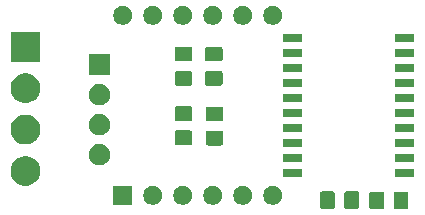
<source format=gbr>
G04 #@! TF.GenerationSoftware,KiCad,Pcbnew,5.1.5+dfsg1-2build2*
G04 #@! TF.CreationDate,2021-11-16T16:54:19-05:00*
G04 #@! TF.ProjectId,056INCH_3DIGIT,30353649-4e43-4485-9f33-44494749542e,rev?*
G04 #@! TF.SameCoordinates,Original*
G04 #@! TF.FileFunction,Soldermask,Bot*
G04 #@! TF.FilePolarity,Negative*
%FSLAX46Y46*%
G04 Gerber Fmt 4.6, Leading zero omitted, Abs format (unit mm)*
G04 Created by KiCad (PCBNEW 5.1.5+dfsg1-2build2) date 2021-11-16 16:54:19*
%MOMM*%
%LPD*%
G04 APERTURE LIST*
%ADD10C,0.100000*%
G04 APERTURE END LIST*
D10*
G36*
X139499574Y-117896865D02*
G01*
X139537267Y-117908299D01*
X139572003Y-117926866D01*
X139602448Y-117951852D01*
X139627434Y-117982297D01*
X139646001Y-118017033D01*
X139657435Y-118054726D01*
X139661900Y-118100061D01*
X139661900Y-119186739D01*
X139657435Y-119232074D01*
X139646001Y-119269767D01*
X139627434Y-119304503D01*
X139602448Y-119334948D01*
X139572003Y-119359934D01*
X139537267Y-119378501D01*
X139499574Y-119389935D01*
X139454239Y-119394400D01*
X138617561Y-119394400D01*
X138572226Y-119389935D01*
X138534533Y-119378501D01*
X138499797Y-119359934D01*
X138469352Y-119334948D01*
X138444366Y-119304503D01*
X138425799Y-119269767D01*
X138414365Y-119232074D01*
X138409900Y-119186739D01*
X138409900Y-118100061D01*
X138414365Y-118054726D01*
X138425799Y-118017033D01*
X138444366Y-117982297D01*
X138469352Y-117951852D01*
X138499797Y-117926866D01*
X138534533Y-117908299D01*
X138572226Y-117896865D01*
X138617561Y-117892400D01*
X139454239Y-117892400D01*
X139499574Y-117896865D01*
G37*
G36*
X137449574Y-117896865D02*
G01*
X137487267Y-117908299D01*
X137522003Y-117926866D01*
X137552448Y-117951852D01*
X137577434Y-117982297D01*
X137596001Y-118017033D01*
X137607435Y-118054726D01*
X137611900Y-118100061D01*
X137611900Y-119186739D01*
X137607435Y-119232074D01*
X137596001Y-119269767D01*
X137577434Y-119304503D01*
X137552448Y-119334948D01*
X137522003Y-119359934D01*
X137487267Y-119378501D01*
X137449574Y-119389935D01*
X137404239Y-119394400D01*
X136567561Y-119394400D01*
X136522226Y-119389935D01*
X136484533Y-119378501D01*
X136449797Y-119359934D01*
X136419352Y-119334948D01*
X136394366Y-119304503D01*
X136375799Y-119269767D01*
X136364365Y-119232074D01*
X136359900Y-119186739D01*
X136359900Y-118100061D01*
X136364365Y-118054726D01*
X136375799Y-118017033D01*
X136394366Y-117982297D01*
X136419352Y-117951852D01*
X136449797Y-117926866D01*
X136484533Y-117908299D01*
X136522226Y-117896865D01*
X136567561Y-117892400D01*
X137404239Y-117892400D01*
X137449574Y-117896865D01*
G37*
G36*
X133271274Y-117871465D02*
G01*
X133308967Y-117882899D01*
X133343703Y-117901466D01*
X133374148Y-117926452D01*
X133399134Y-117956897D01*
X133417701Y-117991633D01*
X133429135Y-118029326D01*
X133433600Y-118074661D01*
X133433600Y-119161339D01*
X133429135Y-119206674D01*
X133417701Y-119244367D01*
X133399134Y-119279103D01*
X133374148Y-119309548D01*
X133343703Y-119334534D01*
X133308967Y-119353101D01*
X133271274Y-119364535D01*
X133225939Y-119369000D01*
X132389261Y-119369000D01*
X132343926Y-119364535D01*
X132306233Y-119353101D01*
X132271497Y-119334534D01*
X132241052Y-119309548D01*
X132216066Y-119279103D01*
X132197499Y-119244367D01*
X132186065Y-119206674D01*
X132181600Y-119161339D01*
X132181600Y-118074661D01*
X132186065Y-118029326D01*
X132197499Y-117991633D01*
X132216066Y-117956897D01*
X132241052Y-117926452D01*
X132271497Y-117901466D01*
X132306233Y-117882899D01*
X132343926Y-117871465D01*
X132389261Y-117867000D01*
X133225939Y-117867000D01*
X133271274Y-117871465D01*
G37*
G36*
X135321274Y-117871465D02*
G01*
X135358967Y-117882899D01*
X135393703Y-117901466D01*
X135424148Y-117926452D01*
X135449134Y-117956897D01*
X135467701Y-117991633D01*
X135479135Y-118029326D01*
X135483600Y-118074661D01*
X135483600Y-119161339D01*
X135479135Y-119206674D01*
X135467701Y-119244367D01*
X135449134Y-119279103D01*
X135424148Y-119309548D01*
X135393703Y-119334534D01*
X135358967Y-119353101D01*
X135321274Y-119364535D01*
X135275939Y-119369000D01*
X134439261Y-119369000D01*
X134393926Y-119364535D01*
X134356233Y-119353101D01*
X134321497Y-119334534D01*
X134291052Y-119309548D01*
X134266066Y-119279103D01*
X134247499Y-119244367D01*
X134236065Y-119206674D01*
X134231600Y-119161339D01*
X134231600Y-118074661D01*
X134236065Y-118029326D01*
X134247499Y-117991633D01*
X134266066Y-117956897D01*
X134291052Y-117926452D01*
X134321497Y-117901466D01*
X134356233Y-117882899D01*
X134393926Y-117871465D01*
X134439261Y-117867000D01*
X135275939Y-117867000D01*
X135321274Y-117871465D01*
G37*
G36*
X116282100Y-119012600D02*
G01*
X114680100Y-119012600D01*
X114680100Y-117410600D01*
X116282100Y-117410600D01*
X116282100Y-119012600D01*
G37*
G36*
X118254742Y-117441381D02*
G01*
X118400514Y-117501762D01*
X118400516Y-117501763D01*
X118531708Y-117589422D01*
X118643278Y-117700992D01*
X118730937Y-117832184D01*
X118730938Y-117832186D01*
X118791319Y-117977958D01*
X118822100Y-118132707D01*
X118822100Y-118290493D01*
X118791319Y-118445242D01*
X118730938Y-118591014D01*
X118730937Y-118591016D01*
X118643278Y-118722208D01*
X118531708Y-118833778D01*
X118400516Y-118921437D01*
X118400515Y-118921438D01*
X118400514Y-118921438D01*
X118254742Y-118981819D01*
X118099993Y-119012600D01*
X117942207Y-119012600D01*
X117787458Y-118981819D01*
X117641686Y-118921438D01*
X117641685Y-118921438D01*
X117641684Y-118921437D01*
X117510492Y-118833778D01*
X117398922Y-118722208D01*
X117311263Y-118591016D01*
X117311262Y-118591014D01*
X117250881Y-118445242D01*
X117220100Y-118290493D01*
X117220100Y-118132707D01*
X117250881Y-117977958D01*
X117311262Y-117832186D01*
X117311263Y-117832184D01*
X117398922Y-117700992D01*
X117510492Y-117589422D01*
X117641684Y-117501763D01*
X117641686Y-117501762D01*
X117787458Y-117441381D01*
X117942207Y-117410600D01*
X118099993Y-117410600D01*
X118254742Y-117441381D01*
G37*
G36*
X120794742Y-117441381D02*
G01*
X120940514Y-117501762D01*
X120940516Y-117501763D01*
X121071708Y-117589422D01*
X121183278Y-117700992D01*
X121270937Y-117832184D01*
X121270938Y-117832186D01*
X121331319Y-117977958D01*
X121362100Y-118132707D01*
X121362100Y-118290493D01*
X121331319Y-118445242D01*
X121270938Y-118591014D01*
X121270937Y-118591016D01*
X121183278Y-118722208D01*
X121071708Y-118833778D01*
X120940516Y-118921437D01*
X120940515Y-118921438D01*
X120940514Y-118921438D01*
X120794742Y-118981819D01*
X120639993Y-119012600D01*
X120482207Y-119012600D01*
X120327458Y-118981819D01*
X120181686Y-118921438D01*
X120181685Y-118921438D01*
X120181684Y-118921437D01*
X120050492Y-118833778D01*
X119938922Y-118722208D01*
X119851263Y-118591016D01*
X119851262Y-118591014D01*
X119790881Y-118445242D01*
X119760100Y-118290493D01*
X119760100Y-118132707D01*
X119790881Y-117977958D01*
X119851262Y-117832186D01*
X119851263Y-117832184D01*
X119938922Y-117700992D01*
X120050492Y-117589422D01*
X120181684Y-117501763D01*
X120181686Y-117501762D01*
X120327458Y-117441381D01*
X120482207Y-117410600D01*
X120639993Y-117410600D01*
X120794742Y-117441381D01*
G37*
G36*
X123334742Y-117441381D02*
G01*
X123480514Y-117501762D01*
X123480516Y-117501763D01*
X123611708Y-117589422D01*
X123723278Y-117700992D01*
X123810937Y-117832184D01*
X123810938Y-117832186D01*
X123871319Y-117977958D01*
X123902100Y-118132707D01*
X123902100Y-118290493D01*
X123871319Y-118445242D01*
X123810938Y-118591014D01*
X123810937Y-118591016D01*
X123723278Y-118722208D01*
X123611708Y-118833778D01*
X123480516Y-118921437D01*
X123480515Y-118921438D01*
X123480514Y-118921438D01*
X123334742Y-118981819D01*
X123179993Y-119012600D01*
X123022207Y-119012600D01*
X122867458Y-118981819D01*
X122721686Y-118921438D01*
X122721685Y-118921438D01*
X122721684Y-118921437D01*
X122590492Y-118833778D01*
X122478922Y-118722208D01*
X122391263Y-118591016D01*
X122391262Y-118591014D01*
X122330881Y-118445242D01*
X122300100Y-118290493D01*
X122300100Y-118132707D01*
X122330881Y-117977958D01*
X122391262Y-117832186D01*
X122391263Y-117832184D01*
X122478922Y-117700992D01*
X122590492Y-117589422D01*
X122721684Y-117501763D01*
X122721686Y-117501762D01*
X122867458Y-117441381D01*
X123022207Y-117410600D01*
X123179993Y-117410600D01*
X123334742Y-117441381D01*
G37*
G36*
X125874742Y-117441381D02*
G01*
X126020514Y-117501762D01*
X126020516Y-117501763D01*
X126151708Y-117589422D01*
X126263278Y-117700992D01*
X126350937Y-117832184D01*
X126350938Y-117832186D01*
X126411319Y-117977958D01*
X126442100Y-118132707D01*
X126442100Y-118290493D01*
X126411319Y-118445242D01*
X126350938Y-118591014D01*
X126350937Y-118591016D01*
X126263278Y-118722208D01*
X126151708Y-118833778D01*
X126020516Y-118921437D01*
X126020515Y-118921438D01*
X126020514Y-118921438D01*
X125874742Y-118981819D01*
X125719993Y-119012600D01*
X125562207Y-119012600D01*
X125407458Y-118981819D01*
X125261686Y-118921438D01*
X125261685Y-118921438D01*
X125261684Y-118921437D01*
X125130492Y-118833778D01*
X125018922Y-118722208D01*
X124931263Y-118591016D01*
X124931262Y-118591014D01*
X124870881Y-118445242D01*
X124840100Y-118290493D01*
X124840100Y-118132707D01*
X124870881Y-117977958D01*
X124931262Y-117832186D01*
X124931263Y-117832184D01*
X125018922Y-117700992D01*
X125130492Y-117589422D01*
X125261684Y-117501763D01*
X125261686Y-117501762D01*
X125407458Y-117441381D01*
X125562207Y-117410600D01*
X125719993Y-117410600D01*
X125874742Y-117441381D01*
G37*
G36*
X128414742Y-117441381D02*
G01*
X128560514Y-117501762D01*
X128560516Y-117501763D01*
X128691708Y-117589422D01*
X128803278Y-117700992D01*
X128890937Y-117832184D01*
X128890938Y-117832186D01*
X128951319Y-117977958D01*
X128982100Y-118132707D01*
X128982100Y-118290493D01*
X128951319Y-118445242D01*
X128890938Y-118591014D01*
X128890937Y-118591016D01*
X128803278Y-118722208D01*
X128691708Y-118833778D01*
X128560516Y-118921437D01*
X128560515Y-118921438D01*
X128560514Y-118921438D01*
X128414742Y-118981819D01*
X128259993Y-119012600D01*
X128102207Y-119012600D01*
X127947458Y-118981819D01*
X127801686Y-118921438D01*
X127801685Y-118921438D01*
X127801684Y-118921437D01*
X127670492Y-118833778D01*
X127558922Y-118722208D01*
X127471263Y-118591016D01*
X127471262Y-118591014D01*
X127410881Y-118445242D01*
X127380100Y-118290493D01*
X127380100Y-118132707D01*
X127410881Y-117977958D01*
X127471262Y-117832186D01*
X127471263Y-117832184D01*
X127558922Y-117700992D01*
X127670492Y-117589422D01*
X127801684Y-117501763D01*
X127801686Y-117501762D01*
X127947458Y-117441381D01*
X128102207Y-117410600D01*
X128259993Y-117410600D01*
X128414742Y-117441381D01*
G37*
G36*
X107603703Y-114935675D02*
G01*
X107831371Y-115029978D01*
X108036266Y-115166885D01*
X108210515Y-115341134D01*
X108347422Y-115546029D01*
X108347423Y-115546031D01*
X108399145Y-115670900D01*
X108441725Y-115773697D01*
X108489800Y-116015387D01*
X108489800Y-116261813D01*
X108441725Y-116503503D01*
X108347422Y-116731171D01*
X108210515Y-116936066D01*
X108036266Y-117110315D01*
X107831371Y-117247222D01*
X107831370Y-117247223D01*
X107831369Y-117247223D01*
X107603703Y-117341525D01*
X107362014Y-117389600D01*
X107115586Y-117389600D01*
X106873897Y-117341525D01*
X106646231Y-117247223D01*
X106646230Y-117247223D01*
X106646229Y-117247222D01*
X106441334Y-117110315D01*
X106267085Y-116936066D01*
X106130178Y-116731171D01*
X106035875Y-116503503D01*
X105987800Y-116261813D01*
X105987800Y-116015387D01*
X106035875Y-115773697D01*
X106078455Y-115670900D01*
X106130177Y-115546031D01*
X106130178Y-115546029D01*
X106267085Y-115341134D01*
X106441334Y-115166885D01*
X106646229Y-115029978D01*
X106873897Y-114935675D01*
X107115586Y-114887600D01*
X107362014Y-114887600D01*
X107603703Y-114935675D01*
G37*
G36*
X130632900Y-116666000D02*
G01*
X129030900Y-116666000D01*
X129030900Y-115964000D01*
X130632900Y-115964000D01*
X130632900Y-116666000D01*
G37*
G36*
X140132900Y-116666000D02*
G01*
X138530900Y-116666000D01*
X138530900Y-115964000D01*
X140132900Y-115964000D01*
X140132900Y-116666000D01*
G37*
G36*
X113597022Y-113870567D02*
G01*
X113762712Y-113903524D01*
X113926684Y-113971444D01*
X114074254Y-114070047D01*
X114199753Y-114195546D01*
X114298356Y-114343116D01*
X114366276Y-114507088D01*
X114400900Y-114681159D01*
X114400900Y-114858641D01*
X114366276Y-115032712D01*
X114298356Y-115196684D01*
X114199753Y-115344254D01*
X114074254Y-115469753D01*
X113926684Y-115568356D01*
X113762712Y-115636276D01*
X113613412Y-115665973D01*
X113588642Y-115670900D01*
X113411158Y-115670900D01*
X113386388Y-115665973D01*
X113237088Y-115636276D01*
X113073116Y-115568356D01*
X112925546Y-115469753D01*
X112800047Y-115344254D01*
X112701444Y-115196684D01*
X112633524Y-115032712D01*
X112598900Y-114858641D01*
X112598900Y-114681159D01*
X112633524Y-114507088D01*
X112701444Y-114343116D01*
X112800047Y-114195546D01*
X112925546Y-114070047D01*
X113073116Y-113971444D01*
X113237088Y-113903524D01*
X113402778Y-113870567D01*
X113411158Y-113868900D01*
X113588642Y-113868900D01*
X113597022Y-113870567D01*
G37*
G36*
X140132900Y-115396000D02*
G01*
X138530900Y-115396000D01*
X138530900Y-114694000D01*
X140132900Y-114694000D01*
X140132900Y-115396000D01*
G37*
G36*
X130632900Y-115396000D02*
G01*
X129030900Y-115396000D01*
X129030900Y-114694000D01*
X130632900Y-114694000D01*
X130632900Y-115396000D01*
G37*
G36*
X140132900Y-114126000D02*
G01*
X138530900Y-114126000D01*
X138530900Y-113424000D01*
X140132900Y-113424000D01*
X140132900Y-114126000D01*
G37*
G36*
X130632900Y-114126000D02*
G01*
X129030900Y-114126000D01*
X129030900Y-113424000D01*
X130632900Y-113424000D01*
X130632900Y-114126000D01*
G37*
G36*
X123829474Y-112747665D02*
G01*
X123867167Y-112759099D01*
X123901903Y-112777666D01*
X123932348Y-112802652D01*
X123957334Y-112833097D01*
X123975901Y-112867833D01*
X123987335Y-112905526D01*
X123991800Y-112950861D01*
X123991800Y-113787539D01*
X123987335Y-113832874D01*
X123975901Y-113870567D01*
X123957334Y-113905303D01*
X123932348Y-113935748D01*
X123901903Y-113960734D01*
X123867167Y-113979301D01*
X123829474Y-113990735D01*
X123784139Y-113995200D01*
X122697461Y-113995200D01*
X122652126Y-113990735D01*
X122614433Y-113979301D01*
X122579697Y-113960734D01*
X122549252Y-113935748D01*
X122524266Y-113905303D01*
X122505699Y-113870567D01*
X122494265Y-113832874D01*
X122489800Y-113787539D01*
X122489800Y-112950861D01*
X122494265Y-112905526D01*
X122505699Y-112867833D01*
X122524266Y-112833097D01*
X122549252Y-112802652D01*
X122579697Y-112777666D01*
X122614433Y-112759099D01*
X122652126Y-112747665D01*
X122697461Y-112743200D01*
X123784139Y-112743200D01*
X123829474Y-112747665D01*
G37*
G36*
X121200574Y-112722265D02*
G01*
X121238267Y-112733699D01*
X121273003Y-112752266D01*
X121303448Y-112777252D01*
X121328434Y-112807697D01*
X121347001Y-112842433D01*
X121358435Y-112880126D01*
X121362900Y-112925461D01*
X121362900Y-113762139D01*
X121358435Y-113807474D01*
X121347001Y-113845167D01*
X121328434Y-113879903D01*
X121303448Y-113910348D01*
X121273003Y-113935334D01*
X121238267Y-113953901D01*
X121200574Y-113965335D01*
X121155239Y-113969800D01*
X120068561Y-113969800D01*
X120023226Y-113965335D01*
X119985533Y-113953901D01*
X119950797Y-113935334D01*
X119920352Y-113910348D01*
X119895366Y-113879903D01*
X119876799Y-113845167D01*
X119865365Y-113807474D01*
X119860900Y-113762139D01*
X119860900Y-112925461D01*
X119865365Y-112880126D01*
X119876799Y-112842433D01*
X119895366Y-112807697D01*
X119920352Y-112777252D01*
X119950797Y-112752266D01*
X119985533Y-112733699D01*
X120023226Y-112722265D01*
X120068561Y-112717800D01*
X121155239Y-112717800D01*
X121200574Y-112722265D01*
G37*
G36*
X107582432Y-111431444D02*
G01*
X107603703Y-111435675D01*
X107831371Y-111529978D01*
X108036266Y-111666885D01*
X108210515Y-111841134D01*
X108347422Y-112046029D01*
X108347423Y-112046031D01*
X108441725Y-112273697D01*
X108489800Y-112515386D01*
X108489800Y-112761814D01*
X108456395Y-112929752D01*
X108441725Y-113003503D01*
X108347422Y-113231171D01*
X108210515Y-113436066D01*
X108036266Y-113610315D01*
X107831371Y-113747222D01*
X107831370Y-113747223D01*
X107831369Y-113747223D01*
X107603703Y-113841525D01*
X107362014Y-113889600D01*
X107115586Y-113889600D01*
X106873897Y-113841525D01*
X106646231Y-113747223D01*
X106646230Y-113747223D01*
X106646229Y-113747222D01*
X106441334Y-113610315D01*
X106267085Y-113436066D01*
X106130178Y-113231171D01*
X106035875Y-113003503D01*
X106021205Y-112929752D01*
X105987800Y-112761814D01*
X105987800Y-112515386D01*
X106035875Y-112273697D01*
X106130177Y-112046031D01*
X106130178Y-112046029D01*
X106267085Y-111841134D01*
X106441334Y-111666885D01*
X106646229Y-111529978D01*
X106873897Y-111435675D01*
X106895168Y-111431444D01*
X107115586Y-111387600D01*
X107362014Y-111387600D01*
X107582432Y-111431444D01*
G37*
G36*
X113613412Y-111333827D02*
G01*
X113762712Y-111363524D01*
X113926684Y-111431444D01*
X114074254Y-111530047D01*
X114199753Y-111655546D01*
X114298356Y-111803116D01*
X114366276Y-111967088D01*
X114400900Y-112141159D01*
X114400900Y-112318641D01*
X114366276Y-112492712D01*
X114298356Y-112656684D01*
X114199753Y-112804254D01*
X114074254Y-112929753D01*
X113926684Y-113028356D01*
X113762712Y-113096276D01*
X113613412Y-113125973D01*
X113588642Y-113130900D01*
X113411158Y-113130900D01*
X113386388Y-113125973D01*
X113237088Y-113096276D01*
X113073116Y-113028356D01*
X112925546Y-112929753D01*
X112800047Y-112804254D01*
X112701444Y-112656684D01*
X112633524Y-112492712D01*
X112598900Y-112318641D01*
X112598900Y-112141159D01*
X112633524Y-111967088D01*
X112701444Y-111803116D01*
X112800047Y-111655546D01*
X112925546Y-111530047D01*
X113073116Y-111431444D01*
X113237088Y-111363524D01*
X113386388Y-111333827D01*
X113411158Y-111328900D01*
X113588642Y-111328900D01*
X113613412Y-111333827D01*
G37*
G36*
X130632900Y-112856000D02*
G01*
X129030900Y-112856000D01*
X129030900Y-112154000D01*
X130632900Y-112154000D01*
X130632900Y-112856000D01*
G37*
G36*
X140132900Y-112856000D02*
G01*
X138530900Y-112856000D01*
X138530900Y-112154000D01*
X140132900Y-112154000D01*
X140132900Y-112856000D01*
G37*
G36*
X123829474Y-110697665D02*
G01*
X123867167Y-110709099D01*
X123901903Y-110727666D01*
X123932348Y-110752652D01*
X123957334Y-110783097D01*
X123975901Y-110817833D01*
X123987335Y-110855526D01*
X123991800Y-110900861D01*
X123991800Y-111737539D01*
X123987335Y-111782874D01*
X123975901Y-111820567D01*
X123957334Y-111855303D01*
X123932348Y-111885748D01*
X123901903Y-111910734D01*
X123867167Y-111929301D01*
X123829474Y-111940735D01*
X123784139Y-111945200D01*
X122697461Y-111945200D01*
X122652126Y-111940735D01*
X122614433Y-111929301D01*
X122579697Y-111910734D01*
X122549252Y-111885748D01*
X122524266Y-111855303D01*
X122505699Y-111820567D01*
X122494265Y-111782874D01*
X122489800Y-111737539D01*
X122489800Y-110900861D01*
X122494265Y-110855526D01*
X122505699Y-110817833D01*
X122524266Y-110783097D01*
X122549252Y-110752652D01*
X122579697Y-110727666D01*
X122614433Y-110709099D01*
X122652126Y-110697665D01*
X122697461Y-110693200D01*
X123784139Y-110693200D01*
X123829474Y-110697665D01*
G37*
G36*
X121200574Y-110672265D02*
G01*
X121238267Y-110683699D01*
X121273003Y-110702266D01*
X121303448Y-110727252D01*
X121328434Y-110757697D01*
X121347001Y-110792433D01*
X121358435Y-110830126D01*
X121362900Y-110875461D01*
X121362900Y-111712139D01*
X121358435Y-111757474D01*
X121347001Y-111795167D01*
X121328434Y-111829903D01*
X121303448Y-111860348D01*
X121273003Y-111885334D01*
X121238267Y-111903901D01*
X121200574Y-111915335D01*
X121155239Y-111919800D01*
X120068561Y-111919800D01*
X120023226Y-111915335D01*
X119985533Y-111903901D01*
X119950797Y-111885334D01*
X119920352Y-111860348D01*
X119895366Y-111829903D01*
X119876799Y-111795167D01*
X119865365Y-111757474D01*
X119860900Y-111712139D01*
X119860900Y-110875461D01*
X119865365Y-110830126D01*
X119876799Y-110792433D01*
X119895366Y-110757697D01*
X119920352Y-110727252D01*
X119950797Y-110702266D01*
X119985533Y-110683699D01*
X120023226Y-110672265D01*
X120068561Y-110667800D01*
X121155239Y-110667800D01*
X121200574Y-110672265D01*
G37*
G36*
X140132900Y-111586000D02*
G01*
X138530900Y-111586000D01*
X138530900Y-110884000D01*
X140132900Y-110884000D01*
X140132900Y-111586000D01*
G37*
G36*
X130632900Y-111586000D02*
G01*
X129030900Y-111586000D01*
X129030900Y-110884000D01*
X130632900Y-110884000D01*
X130632900Y-111586000D01*
G37*
G36*
X113613412Y-108793827D02*
G01*
X113762712Y-108823524D01*
X113926684Y-108891444D01*
X114074254Y-108990047D01*
X114199753Y-109115546D01*
X114298356Y-109263116D01*
X114366276Y-109427088D01*
X114400900Y-109601159D01*
X114400900Y-109778641D01*
X114366276Y-109952712D01*
X114298356Y-110116684D01*
X114199753Y-110264254D01*
X114074254Y-110389753D01*
X113926684Y-110488356D01*
X113762712Y-110556276D01*
X113613412Y-110585973D01*
X113588642Y-110590900D01*
X113411158Y-110590900D01*
X113386388Y-110585973D01*
X113237088Y-110556276D01*
X113073116Y-110488356D01*
X112925546Y-110389753D01*
X112800047Y-110264254D01*
X112701444Y-110116684D01*
X112633524Y-109952712D01*
X112598900Y-109778641D01*
X112598900Y-109601159D01*
X112633524Y-109427088D01*
X112701444Y-109263116D01*
X112800047Y-109115546D01*
X112925546Y-108990047D01*
X113073116Y-108891444D01*
X113237088Y-108823524D01*
X113386388Y-108793827D01*
X113411158Y-108788900D01*
X113588642Y-108788900D01*
X113613412Y-108793827D01*
G37*
G36*
X107603703Y-107935675D02*
G01*
X107633635Y-107948073D01*
X107831371Y-108029978D01*
X108036266Y-108166885D01*
X108210515Y-108341134D01*
X108210516Y-108341136D01*
X108347423Y-108546031D01*
X108441725Y-108773697D01*
X108489800Y-109015386D01*
X108489800Y-109261814D01*
X108456925Y-109427088D01*
X108441725Y-109503503D01*
X108347422Y-109731171D01*
X108210515Y-109936066D01*
X108036266Y-110110315D01*
X107831371Y-110247222D01*
X107831370Y-110247223D01*
X107831369Y-110247223D01*
X107603703Y-110341525D01*
X107362014Y-110389600D01*
X107115586Y-110389600D01*
X106873897Y-110341525D01*
X106646231Y-110247223D01*
X106646230Y-110247223D01*
X106646229Y-110247222D01*
X106441334Y-110110315D01*
X106267085Y-109936066D01*
X106130178Y-109731171D01*
X106035875Y-109503503D01*
X106020675Y-109427088D01*
X105987800Y-109261814D01*
X105987800Y-109015386D01*
X106035875Y-108773697D01*
X106130177Y-108546031D01*
X106267084Y-108341136D01*
X106267085Y-108341134D01*
X106441334Y-108166885D01*
X106646229Y-108029978D01*
X106843966Y-107948073D01*
X106873897Y-107935675D01*
X107115586Y-107887600D01*
X107362014Y-107887600D01*
X107603703Y-107935675D01*
G37*
G36*
X130632900Y-110316000D02*
G01*
X129030900Y-110316000D01*
X129030900Y-109614000D01*
X130632900Y-109614000D01*
X130632900Y-110316000D01*
G37*
G36*
X140132900Y-110316000D02*
G01*
X138530900Y-110316000D01*
X138530900Y-109614000D01*
X140132900Y-109614000D01*
X140132900Y-110316000D01*
G37*
G36*
X130632900Y-109046000D02*
G01*
X129030900Y-109046000D01*
X129030900Y-108344000D01*
X130632900Y-108344000D01*
X130632900Y-109046000D01*
G37*
G36*
X140132900Y-109046000D02*
G01*
X138530900Y-109046000D01*
X138530900Y-108344000D01*
X140132900Y-108344000D01*
X140132900Y-109046000D01*
G37*
G36*
X123765974Y-107680365D02*
G01*
X123803667Y-107691799D01*
X123838403Y-107710366D01*
X123868848Y-107735352D01*
X123893834Y-107765797D01*
X123912401Y-107800533D01*
X123923835Y-107838226D01*
X123928300Y-107883561D01*
X123928300Y-108720239D01*
X123923835Y-108765574D01*
X123912401Y-108803267D01*
X123893834Y-108838003D01*
X123868848Y-108868448D01*
X123838403Y-108893434D01*
X123803667Y-108912001D01*
X123765974Y-108923435D01*
X123720639Y-108927900D01*
X122633961Y-108927900D01*
X122588626Y-108923435D01*
X122550933Y-108912001D01*
X122516197Y-108893434D01*
X122485752Y-108868448D01*
X122460766Y-108838003D01*
X122442199Y-108803267D01*
X122430765Y-108765574D01*
X122426300Y-108720239D01*
X122426300Y-107883561D01*
X122430765Y-107838226D01*
X122442199Y-107800533D01*
X122460766Y-107765797D01*
X122485752Y-107735352D01*
X122516197Y-107710366D01*
X122550933Y-107691799D01*
X122588626Y-107680365D01*
X122633961Y-107675900D01*
X123720639Y-107675900D01*
X123765974Y-107680365D01*
G37*
G36*
X121213274Y-107680365D02*
G01*
X121250967Y-107691799D01*
X121285703Y-107710366D01*
X121316148Y-107735352D01*
X121341134Y-107765797D01*
X121359701Y-107800533D01*
X121371135Y-107838226D01*
X121375600Y-107883561D01*
X121375600Y-108720239D01*
X121371135Y-108765574D01*
X121359701Y-108803267D01*
X121341134Y-108838003D01*
X121316148Y-108868448D01*
X121285703Y-108893434D01*
X121250967Y-108912001D01*
X121213274Y-108923435D01*
X121167939Y-108927900D01*
X120081261Y-108927900D01*
X120035926Y-108923435D01*
X119998233Y-108912001D01*
X119963497Y-108893434D01*
X119933052Y-108868448D01*
X119908066Y-108838003D01*
X119889499Y-108803267D01*
X119878065Y-108765574D01*
X119873600Y-108720239D01*
X119873600Y-107883561D01*
X119878065Y-107838226D01*
X119889499Y-107800533D01*
X119908066Y-107765797D01*
X119933052Y-107735352D01*
X119963497Y-107710366D01*
X119998233Y-107691799D01*
X120035926Y-107680365D01*
X120081261Y-107675900D01*
X121167939Y-107675900D01*
X121213274Y-107680365D01*
G37*
G36*
X114400900Y-108050900D02*
G01*
X112598900Y-108050900D01*
X112598900Y-106248900D01*
X114400900Y-106248900D01*
X114400900Y-108050900D01*
G37*
G36*
X140132900Y-107776000D02*
G01*
X138530900Y-107776000D01*
X138530900Y-107074000D01*
X140132900Y-107074000D01*
X140132900Y-107776000D01*
G37*
G36*
X130632900Y-107776000D02*
G01*
X129030900Y-107776000D01*
X129030900Y-107074000D01*
X130632900Y-107074000D01*
X130632900Y-107776000D01*
G37*
G36*
X108489800Y-106889600D02*
G01*
X105987800Y-106889600D01*
X105987800Y-104387600D01*
X108489800Y-104387600D01*
X108489800Y-106889600D01*
G37*
G36*
X123765974Y-105630365D02*
G01*
X123803667Y-105641799D01*
X123838403Y-105660366D01*
X123868848Y-105685352D01*
X123893834Y-105715797D01*
X123912401Y-105750533D01*
X123923835Y-105788226D01*
X123928300Y-105833561D01*
X123928300Y-106670239D01*
X123923835Y-106715574D01*
X123912401Y-106753267D01*
X123893834Y-106788003D01*
X123868848Y-106818448D01*
X123838403Y-106843434D01*
X123803667Y-106862001D01*
X123765974Y-106873435D01*
X123720639Y-106877900D01*
X122633961Y-106877900D01*
X122588626Y-106873435D01*
X122550933Y-106862001D01*
X122516197Y-106843434D01*
X122485752Y-106818448D01*
X122460766Y-106788003D01*
X122442199Y-106753267D01*
X122430765Y-106715574D01*
X122426300Y-106670239D01*
X122426300Y-105833561D01*
X122430765Y-105788226D01*
X122442199Y-105750533D01*
X122460766Y-105715797D01*
X122485752Y-105685352D01*
X122516197Y-105660366D01*
X122550933Y-105641799D01*
X122588626Y-105630365D01*
X122633961Y-105625900D01*
X123720639Y-105625900D01*
X123765974Y-105630365D01*
G37*
G36*
X121213274Y-105630365D02*
G01*
X121250967Y-105641799D01*
X121285703Y-105660366D01*
X121316148Y-105685352D01*
X121341134Y-105715797D01*
X121359701Y-105750533D01*
X121371135Y-105788226D01*
X121375600Y-105833561D01*
X121375600Y-106670239D01*
X121371135Y-106715574D01*
X121359701Y-106753267D01*
X121341134Y-106788003D01*
X121316148Y-106818448D01*
X121285703Y-106843434D01*
X121250967Y-106862001D01*
X121213274Y-106873435D01*
X121167939Y-106877900D01*
X120081261Y-106877900D01*
X120035926Y-106873435D01*
X119998233Y-106862001D01*
X119963497Y-106843434D01*
X119933052Y-106818448D01*
X119908066Y-106788003D01*
X119889499Y-106753267D01*
X119878065Y-106715574D01*
X119873600Y-106670239D01*
X119873600Y-105833561D01*
X119878065Y-105788226D01*
X119889499Y-105750533D01*
X119908066Y-105715797D01*
X119933052Y-105685352D01*
X119963497Y-105660366D01*
X119998233Y-105641799D01*
X120035926Y-105630365D01*
X120081261Y-105625900D01*
X121167939Y-105625900D01*
X121213274Y-105630365D01*
G37*
G36*
X130632900Y-106506000D02*
G01*
X129030900Y-106506000D01*
X129030900Y-105804000D01*
X130632900Y-105804000D01*
X130632900Y-106506000D01*
G37*
G36*
X140132900Y-106506000D02*
G01*
X138530900Y-106506000D01*
X138530900Y-105804000D01*
X140132900Y-105804000D01*
X140132900Y-106506000D01*
G37*
G36*
X130632900Y-105236000D02*
G01*
X129030900Y-105236000D01*
X129030900Y-104534000D01*
X130632900Y-104534000D01*
X130632900Y-105236000D01*
G37*
G36*
X140132900Y-105236000D02*
G01*
X138530900Y-105236000D01*
X138530900Y-104534000D01*
X140132900Y-104534000D01*
X140132900Y-105236000D01*
G37*
G36*
X128414742Y-102201381D02*
G01*
X128560514Y-102261762D01*
X128560516Y-102261763D01*
X128691708Y-102349422D01*
X128803278Y-102460992D01*
X128890937Y-102592184D01*
X128890938Y-102592186D01*
X128951319Y-102737958D01*
X128982100Y-102892707D01*
X128982100Y-103050493D01*
X128951319Y-103205242D01*
X128890938Y-103351014D01*
X128890937Y-103351016D01*
X128803278Y-103482208D01*
X128691708Y-103593778D01*
X128560516Y-103681437D01*
X128560515Y-103681438D01*
X128560514Y-103681438D01*
X128414742Y-103741819D01*
X128259993Y-103772600D01*
X128102207Y-103772600D01*
X127947458Y-103741819D01*
X127801686Y-103681438D01*
X127801685Y-103681438D01*
X127801684Y-103681437D01*
X127670492Y-103593778D01*
X127558922Y-103482208D01*
X127471263Y-103351016D01*
X127471262Y-103351014D01*
X127410881Y-103205242D01*
X127380100Y-103050493D01*
X127380100Y-102892707D01*
X127410881Y-102737958D01*
X127471262Y-102592186D01*
X127471263Y-102592184D01*
X127558922Y-102460992D01*
X127670492Y-102349422D01*
X127801684Y-102261763D01*
X127801686Y-102261762D01*
X127947458Y-102201381D01*
X128102207Y-102170600D01*
X128259993Y-102170600D01*
X128414742Y-102201381D01*
G37*
G36*
X115714742Y-102201381D02*
G01*
X115860514Y-102261762D01*
X115860516Y-102261763D01*
X115991708Y-102349422D01*
X116103278Y-102460992D01*
X116190937Y-102592184D01*
X116190938Y-102592186D01*
X116251319Y-102737958D01*
X116282100Y-102892707D01*
X116282100Y-103050493D01*
X116251319Y-103205242D01*
X116190938Y-103351014D01*
X116190937Y-103351016D01*
X116103278Y-103482208D01*
X115991708Y-103593778D01*
X115860516Y-103681437D01*
X115860515Y-103681438D01*
X115860514Y-103681438D01*
X115714742Y-103741819D01*
X115559993Y-103772600D01*
X115402207Y-103772600D01*
X115247458Y-103741819D01*
X115101686Y-103681438D01*
X115101685Y-103681438D01*
X115101684Y-103681437D01*
X114970492Y-103593778D01*
X114858922Y-103482208D01*
X114771263Y-103351016D01*
X114771262Y-103351014D01*
X114710881Y-103205242D01*
X114680100Y-103050493D01*
X114680100Y-102892707D01*
X114710881Y-102737958D01*
X114771262Y-102592186D01*
X114771263Y-102592184D01*
X114858922Y-102460992D01*
X114970492Y-102349422D01*
X115101684Y-102261763D01*
X115101686Y-102261762D01*
X115247458Y-102201381D01*
X115402207Y-102170600D01*
X115559993Y-102170600D01*
X115714742Y-102201381D01*
G37*
G36*
X118254742Y-102201381D02*
G01*
X118400514Y-102261762D01*
X118400516Y-102261763D01*
X118531708Y-102349422D01*
X118643278Y-102460992D01*
X118730937Y-102592184D01*
X118730938Y-102592186D01*
X118791319Y-102737958D01*
X118822100Y-102892707D01*
X118822100Y-103050493D01*
X118791319Y-103205242D01*
X118730938Y-103351014D01*
X118730937Y-103351016D01*
X118643278Y-103482208D01*
X118531708Y-103593778D01*
X118400516Y-103681437D01*
X118400515Y-103681438D01*
X118400514Y-103681438D01*
X118254742Y-103741819D01*
X118099993Y-103772600D01*
X117942207Y-103772600D01*
X117787458Y-103741819D01*
X117641686Y-103681438D01*
X117641685Y-103681438D01*
X117641684Y-103681437D01*
X117510492Y-103593778D01*
X117398922Y-103482208D01*
X117311263Y-103351016D01*
X117311262Y-103351014D01*
X117250881Y-103205242D01*
X117220100Y-103050493D01*
X117220100Y-102892707D01*
X117250881Y-102737958D01*
X117311262Y-102592186D01*
X117311263Y-102592184D01*
X117398922Y-102460992D01*
X117510492Y-102349422D01*
X117641684Y-102261763D01*
X117641686Y-102261762D01*
X117787458Y-102201381D01*
X117942207Y-102170600D01*
X118099993Y-102170600D01*
X118254742Y-102201381D01*
G37*
G36*
X120794742Y-102201381D02*
G01*
X120940514Y-102261762D01*
X120940516Y-102261763D01*
X121071708Y-102349422D01*
X121183278Y-102460992D01*
X121270937Y-102592184D01*
X121270938Y-102592186D01*
X121331319Y-102737958D01*
X121362100Y-102892707D01*
X121362100Y-103050493D01*
X121331319Y-103205242D01*
X121270938Y-103351014D01*
X121270937Y-103351016D01*
X121183278Y-103482208D01*
X121071708Y-103593778D01*
X120940516Y-103681437D01*
X120940515Y-103681438D01*
X120940514Y-103681438D01*
X120794742Y-103741819D01*
X120639993Y-103772600D01*
X120482207Y-103772600D01*
X120327458Y-103741819D01*
X120181686Y-103681438D01*
X120181685Y-103681438D01*
X120181684Y-103681437D01*
X120050492Y-103593778D01*
X119938922Y-103482208D01*
X119851263Y-103351016D01*
X119851262Y-103351014D01*
X119790881Y-103205242D01*
X119760100Y-103050493D01*
X119760100Y-102892707D01*
X119790881Y-102737958D01*
X119851262Y-102592186D01*
X119851263Y-102592184D01*
X119938922Y-102460992D01*
X120050492Y-102349422D01*
X120181684Y-102261763D01*
X120181686Y-102261762D01*
X120327458Y-102201381D01*
X120482207Y-102170600D01*
X120639993Y-102170600D01*
X120794742Y-102201381D01*
G37*
G36*
X123334742Y-102201381D02*
G01*
X123480514Y-102261762D01*
X123480516Y-102261763D01*
X123611708Y-102349422D01*
X123723278Y-102460992D01*
X123810937Y-102592184D01*
X123810938Y-102592186D01*
X123871319Y-102737958D01*
X123902100Y-102892707D01*
X123902100Y-103050493D01*
X123871319Y-103205242D01*
X123810938Y-103351014D01*
X123810937Y-103351016D01*
X123723278Y-103482208D01*
X123611708Y-103593778D01*
X123480516Y-103681437D01*
X123480515Y-103681438D01*
X123480514Y-103681438D01*
X123334742Y-103741819D01*
X123179993Y-103772600D01*
X123022207Y-103772600D01*
X122867458Y-103741819D01*
X122721686Y-103681438D01*
X122721685Y-103681438D01*
X122721684Y-103681437D01*
X122590492Y-103593778D01*
X122478922Y-103482208D01*
X122391263Y-103351016D01*
X122391262Y-103351014D01*
X122330881Y-103205242D01*
X122300100Y-103050493D01*
X122300100Y-102892707D01*
X122330881Y-102737958D01*
X122391262Y-102592186D01*
X122391263Y-102592184D01*
X122478922Y-102460992D01*
X122590492Y-102349422D01*
X122721684Y-102261763D01*
X122721686Y-102261762D01*
X122867458Y-102201381D01*
X123022207Y-102170600D01*
X123179993Y-102170600D01*
X123334742Y-102201381D01*
G37*
G36*
X125874742Y-102201381D02*
G01*
X126020514Y-102261762D01*
X126020516Y-102261763D01*
X126151708Y-102349422D01*
X126263278Y-102460992D01*
X126350937Y-102592184D01*
X126350938Y-102592186D01*
X126411319Y-102737958D01*
X126442100Y-102892707D01*
X126442100Y-103050493D01*
X126411319Y-103205242D01*
X126350938Y-103351014D01*
X126350937Y-103351016D01*
X126263278Y-103482208D01*
X126151708Y-103593778D01*
X126020516Y-103681437D01*
X126020515Y-103681438D01*
X126020514Y-103681438D01*
X125874742Y-103741819D01*
X125719993Y-103772600D01*
X125562207Y-103772600D01*
X125407458Y-103741819D01*
X125261686Y-103681438D01*
X125261685Y-103681438D01*
X125261684Y-103681437D01*
X125130492Y-103593778D01*
X125018922Y-103482208D01*
X124931263Y-103351016D01*
X124931262Y-103351014D01*
X124870881Y-103205242D01*
X124840100Y-103050493D01*
X124840100Y-102892707D01*
X124870881Y-102737958D01*
X124931262Y-102592186D01*
X124931263Y-102592184D01*
X125018922Y-102460992D01*
X125130492Y-102349422D01*
X125261684Y-102261763D01*
X125261686Y-102261762D01*
X125407458Y-102201381D01*
X125562207Y-102170600D01*
X125719993Y-102170600D01*
X125874742Y-102201381D01*
G37*
M02*

</source>
